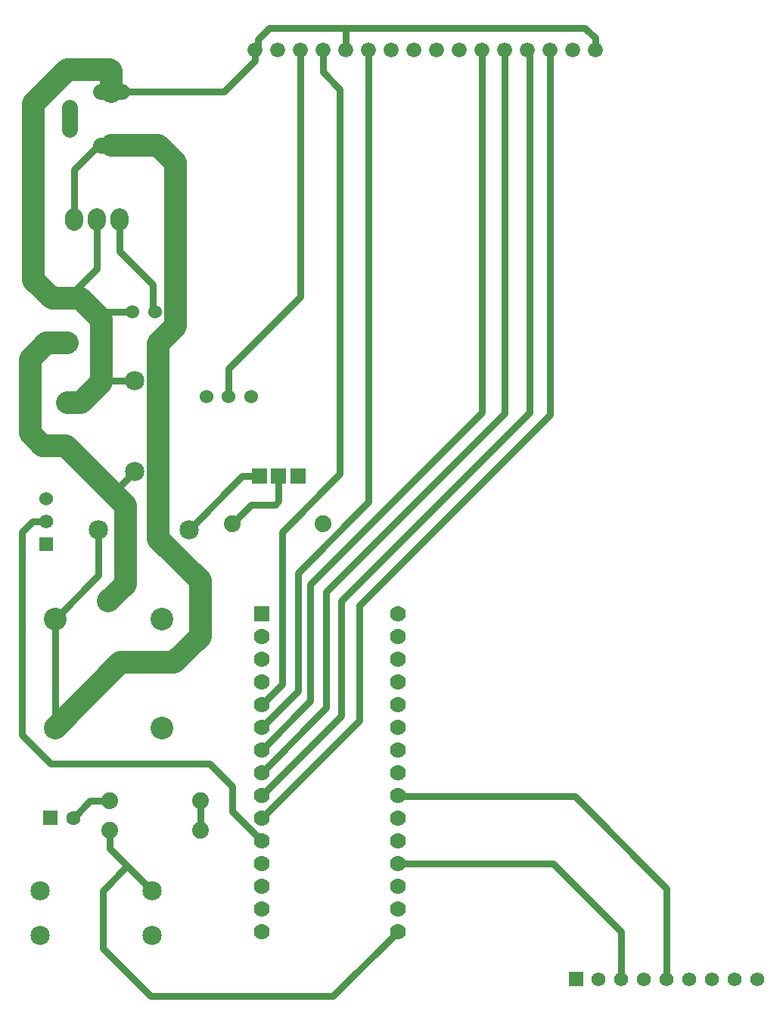
<source format=gbl>
G04 Layer: BottomLayer*
G04 EasyEDA v6.4.20.6, 2021-08-16T11:23:07+05:00*
G04 c3a099c2b70d45deafa0669b64b3af86,5b6d1f2078ba48c69a4fdbf02e9f565d,10*
G04 Gerber Generator version 0.2*
G04 Scale: 100 percent, Rotated: No, Reflected: No *
G04 Dimensions in millimeters *
G04 leading zeros omitted , absolute positions ,4 integer and 5 decimal *
%FSLAX45Y45*%
%MOMM*%

%ADD11C,0.8000*%
%ADD12C,2.1590*%
%ADD14C,1.8796*%
%ADD15C,1.5240*%
%ADD17C,1.5748*%
%ADD18R,1.7780X1.7780*%
%ADD19C,1.7780*%
%ADD21C,1.6000*%
%ADD22C,2.0000*%
%ADD23C,2.5400*%
%ADD24C,1.6764*%
%ADD25C,2.0320*%
%ADD26C,1.8000*%
%ADD27C,2.5000*%

%LPD*%
D11*
X1993391Y-18112231D02*
G01*
X1979168Y-18112231D01*
X1714500Y-18376900D01*
X1714500Y-19024600D01*
X2247900Y-19558000D01*
X4292600Y-19558000D01*
X5016500Y-18834100D01*
X1178052Y-15339441D02*
G01*
X1178052Y-16559656D01*
X3492500Y-16294100D02*
G01*
X3721100Y-16065500D01*
X3721100Y-14363700D01*
X4368800Y-13716000D01*
X4368800Y-9410700D01*
X4178300Y-9220200D01*
X4178808Y-8976105D01*
X4686706Y-8976105D02*
G01*
X4686706Y-14033093D01*
X3898900Y-14820900D01*
X3898900Y-16141700D01*
X3492500Y-16548100D01*
X4432706Y-8976105D02*
G01*
X4432706Y-8724900D01*
X7226706Y-8976105D02*
G01*
X7226706Y-8839606D01*
X7112000Y-8724900D01*
X3581400Y-8724900D01*
X3454400Y-8851900D01*
X3454400Y-8938412D01*
X3416706Y-8976105D01*
X3416706Y-8976105D02*
G01*
X3416706Y-9092793D01*
X3068574Y-9440926D01*
X1809818Y-9440926D01*
X6718706Y-8976105D02*
G01*
X6718706Y-13055193D01*
X4584700Y-15189200D01*
X4584700Y-16471900D01*
X3492500Y-17564100D01*
X5956808Y-8976105D02*
G01*
X5956808Y-13029692D01*
X4038600Y-14947900D01*
X4038600Y-16256000D01*
X3492500Y-16802100D01*
X3492500Y-17310100D02*
G01*
X4381500Y-16421100D01*
X4381500Y-15138400D01*
X6489700Y-13030200D01*
X6489700Y-9000997D01*
X6464808Y-8976105D01*
X6210808Y-8976105D02*
G01*
X6210808Y-13042392D01*
X4216400Y-15036800D01*
X4216400Y-16332200D01*
X3492500Y-17056100D01*
X7518400Y-19367500D02*
G01*
X7518400Y-18834100D01*
X6756400Y-18072100D01*
X5016500Y-18072100D01*
X8026400Y-19367500D02*
G01*
X8026400Y-18351500D01*
X6997700Y-17322800D01*
X5029200Y-17322800D01*
X5016500Y-17310100D01*
X3683000Y-13741400D02*
G01*
X3683000Y-14020800D01*
X3644900Y-14058900D01*
X3378200Y-14058900D01*
X3162300Y-14274800D01*
X3467100Y-13741400D02*
G01*
X3276600Y-13741400D01*
X2679700Y-14338300D01*
X3924706Y-8976105D02*
G01*
X3924706Y-11734393D01*
X3124200Y-12534900D01*
X3124200Y-12852387D01*
X1790700Y-17703800D02*
G01*
X1790700Y-17909539D01*
X2263140Y-18381979D01*
X1790700Y-17373600D02*
G01*
X1574800Y-17373600D01*
X1384300Y-17564100D01*
X2806700Y-17373600D02*
G01*
X2806700Y-17703800D01*
X1079500Y-14249400D02*
G01*
X927100Y-14249400D01*
X812800Y-14363700D01*
X812800Y-16637000D01*
X1130300Y-16954500D01*
X2908300Y-16954500D01*
X3162300Y-17208500D01*
X3162300Y-17487900D01*
X3492500Y-17818100D01*
X1663700Y-14338300D02*
G01*
X1663700Y-14853793D01*
X1178052Y-15339441D01*
X2044700Y-11899900D02*
G01*
X1701800Y-11899900D01*
X1905000Y-10871200D02*
G01*
X1905000Y-11226800D01*
X2273300Y-11595100D01*
X2273300Y-11874500D01*
X2298700Y-11899900D01*
X1651000Y-10871200D02*
G01*
X1651000Y-11420855D01*
X1320800Y-11751055D01*
X1397000Y-10871200D02*
G01*
X1397000Y-10312400D01*
X1668526Y-10040874D01*
X1809818Y-10040874D01*
D27*
X1320800Y-11751055D02*
G01*
X1146555Y-11751055D01*
X939800Y-11544300D01*
X939800Y-9575800D01*
X1320800Y-9194800D01*
X1790700Y-9194800D01*
X1809750Y-9213850D01*
X1809750Y-9440926D01*
X1320800Y-12919455D02*
G01*
X1469644Y-12919455D01*
X1701800Y-12687300D01*
X1701800Y-11988800D01*
X1464055Y-11751055D01*
X1320800Y-11751055D01*
X2336800Y-14439900D02*
G01*
X2336800Y-12255500D01*
X2527300Y-12065000D01*
X2527300Y-10236200D01*
X2331974Y-10040874D01*
X1809750Y-10040874D01*
X1320800Y-12251944D02*
G01*
X1083055Y-12251944D01*
X901700Y-12433300D01*
X901700Y-13258800D01*
X1041400Y-13398500D01*
X1298955Y-13398500D01*
X1320800Y-13420344D01*
X1778000Y-15139416D02*
G01*
X1968500Y-14948916D01*
X1968500Y-14068044D01*
X1320800Y-13420344D01*
D11*
X2070100Y-12674600D02*
G01*
X1714500Y-12674600D01*
X1701800Y-12687300D01*
X2070100Y-13690600D02*
G01*
X1887413Y-13873286D01*
X1773740Y-13873286D01*
D27*
X1178052Y-16559784D02*
G01*
X1913636Y-15824200D01*
X2514600Y-15824200D01*
X2806700Y-15532100D01*
X2806700Y-14909800D01*
X2336800Y-14439900D01*
D12*
G01*
X2070100Y-12674600D03*
G01*
X2070100Y-13690600D03*
G36*
X3383279Y-13657579D02*
G01*
X3550920Y-13657579D01*
X3550920Y-13825220D01*
X3383279Y-13825220D01*
G37*
G36*
X3599179Y-13657579D02*
G01*
X3766820Y-13657579D01*
X3766820Y-13825220D01*
X3599179Y-13825220D01*
G37*
G36*
X3815079Y-13657579D02*
G01*
X3982720Y-13657579D01*
X3982720Y-13825220D01*
X3815079Y-13825220D01*
G37*
D14*
G01*
X3162300Y-14274800D03*
G01*
X4178300Y-14274800D03*
G01*
X1790700Y-17703800D03*
G01*
X2806700Y-17703800D03*
G01*
X2806700Y-17373600D03*
G01*
X1790700Y-17373600D03*
D15*
G01*
X2298700Y-11899900D03*
G01*
X2044700Y-11899900D03*
G36*
X6931659Y-19288759D02*
G01*
X7089140Y-19288759D01*
X7089140Y-19446240D01*
X6931659Y-19446240D01*
G37*
D17*
G01*
X7264400Y-19367500D03*
G01*
X7518400Y-19367500D03*
G01*
X7772400Y-19367500D03*
G01*
X8026400Y-19367500D03*
G01*
X8280400Y-19367500D03*
G01*
X8534400Y-19367500D03*
G01*
X8788400Y-19367500D03*
G01*
X9042400Y-19367500D03*
D15*
G01*
X3124225Y-12852400D03*
G01*
X2874213Y-12852400D03*
G01*
X3374186Y-12852400D03*
D18*
G01*
X3492500Y-15278100D03*
D19*
G01*
X3492500Y-15532100D03*
G01*
X3492500Y-15786100D03*
G01*
X3492500Y-16040100D03*
G01*
X3492500Y-16294100D03*
G01*
X3492500Y-16548100D03*
G01*
X3492500Y-16802100D03*
G01*
X3492500Y-17056100D03*
G01*
X3492500Y-17310100D03*
G01*
X3492500Y-17564100D03*
G01*
X3492500Y-17818100D03*
G01*
X3492500Y-18072100D03*
G01*
X3492500Y-18326100D03*
G01*
X3492500Y-18580100D03*
G01*
X3492500Y-18834100D03*
G01*
X5016500Y-15278100D03*
G01*
X5016500Y-15532100D03*
G01*
X5016500Y-15786100D03*
G01*
X5016500Y-16040100D03*
G01*
X5016500Y-16294100D03*
G01*
X5016500Y-16548100D03*
G01*
X5016500Y-16802100D03*
G01*
X5016500Y-17056100D03*
G01*
X5016500Y-17310100D03*
G01*
X5016500Y-17564100D03*
G01*
X5016500Y-17818100D03*
G01*
X5016500Y-18072100D03*
G01*
X5016500Y-18326100D03*
G01*
X5016500Y-18580100D03*
G01*
X5016500Y-18834100D03*
G36*
X1050300Y-17484100D02*
G01*
X1210299Y-17484100D01*
X1210299Y-17644099D01*
X1050300Y-17644099D01*
G37*
D21*
G01*
X1384300Y-17564100D03*
D12*
G01*
X2679700Y-14338300D03*
G01*
X1663700Y-14338300D03*
D22*
G01*
X1320800Y-11751055D03*
G01*
X1320800Y-12251944D03*
G01*
X1320800Y-12919455D03*
G01*
X1320800Y-13420344D03*
D23*
G01*
X1178052Y-16559656D03*
G01*
X2377947Y-16559656D03*
G01*
X2377947Y-15339441D03*
G01*
X1178052Y-15339441D03*
G01*
X1778000Y-15139543D03*
D12*
G01*
X1013460Y-18381979D03*
G01*
X1013460Y-18879820D03*
G01*
X2263140Y-18879820D03*
G01*
X2263140Y-18381979D03*
G36*
X1000760Y-14424660D02*
G01*
X1158239Y-14424660D01*
X1158239Y-14582139D01*
X1000760Y-14582139D01*
G37*
D17*
G01*
X1079500Y-14249400D03*
D15*
G01*
X1079500Y-13995400D03*
D24*
G01*
X3416706Y-8976105D03*
G01*
X3670706Y-8976105D03*
G01*
X3924706Y-8976105D03*
G01*
X4178706Y-8976105D03*
G01*
X4432706Y-8976105D03*
G01*
X4686706Y-8976105D03*
G01*
X4940706Y-8976105D03*
G01*
X5194706Y-8976105D03*
G01*
X5448706Y-8976105D03*
G01*
X5702706Y-8976105D03*
G01*
X5956706Y-8976105D03*
G01*
X6210706Y-8976105D03*
G01*
X6464706Y-8976105D03*
G01*
X6718706Y-8976105D03*
G01*
X6972706Y-8976105D03*
G01*
X7226706Y-8976105D03*
D25*
X1651000Y-10845800D02*
G01*
X1651000Y-10896600D01*
X1905000Y-10845800D02*
G01*
X1905000Y-10896600D01*
X1397000Y-10845800D02*
G01*
X1397000Y-10896600D01*
D26*
X1929825Y-10040874D02*
G01*
X1689826Y-10040874D01*
X1689826Y-9440926D02*
G01*
X1929825Y-9440926D01*
X1339799Y-9860899D02*
G01*
X1339799Y-9620900D01*
M02*

</source>
